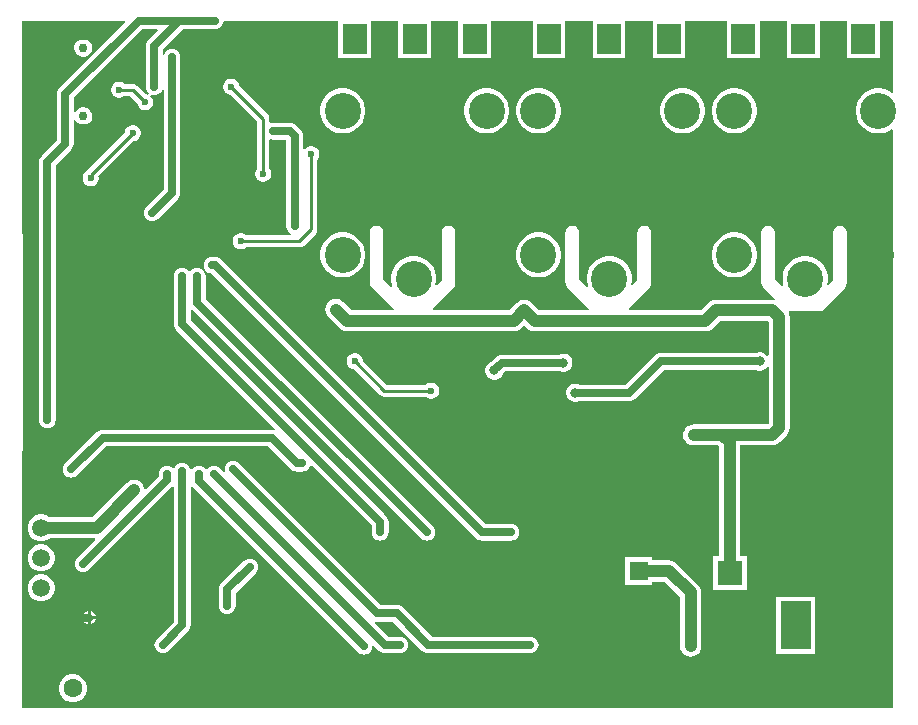
<source format=gbl>
G04*
G04 #@! TF.GenerationSoftware,Altium Limited,Altium Designer,21.3.2 (30)*
G04*
G04 Layer_Physical_Order=2*
G04 Layer_Color=16711680*
%FSTAX24Y24*%
%MOIN*%
G70*
G04*
G04 #@! TF.SameCoordinates,4D29D3D3-CB23-4B61-9135-448C7089281F*
G04*
G04*
G04 #@! TF.FilePolarity,Positive*
G04*
G01*
G75*
%ADD13C,0.0100*%
%ADD87C,0.0400*%
%ADD88C,0.0250*%
%ADD90O,0.0984X0.0591*%
%ADD91C,0.0295*%
%ADD92R,0.1600X0.1000*%
%ADD93R,0.1000X0.1600*%
%ADD94R,0.0827X0.0827*%
%ADD95C,0.0827*%
%ADD96R,0.0630X0.0630*%
%ADD97C,0.0630*%
%ADD98C,0.0594*%
%ADD99R,0.0630X0.0630*%
%ADD100C,0.1299*%
%ADD101C,0.1200*%
%ADD102R,0.0787X0.0984*%
%ADD103C,0.0236*%
%ADD104C,0.0315*%
G36*
X051995Y046131D02*
X051945Y046105D01*
X051855Y046165D01*
X051719Y046221D01*
X051574Y04625D01*
X051426D01*
X051281Y046221D01*
X051145Y046165D01*
X051022Y046083D01*
X050917Y045978D01*
X050835Y045855D01*
X050779Y045719D01*
X05075Y045574D01*
Y045426D01*
X050779Y045281D01*
X050835Y045145D01*
X050917Y045022D01*
X051022Y044917D01*
X051145Y044835D01*
X051281Y044779D01*
X051426Y04475D01*
X051574D01*
X051719Y044779D01*
X051855Y044835D01*
X051945Y044895D01*
X051995Y044869D01*
Y025605D01*
X022955D01*
Y034162D01*
X022979Y034198D01*
X022991Y034257D01*
Y041343D01*
X022979Y041402D01*
X022955Y041438D01*
Y048495D01*
X026388D01*
X026407Y048449D01*
X024204Y046246D01*
X02416Y046189D01*
X024132Y046122D01*
X024123Y04605D01*
Y044515D01*
X02361Y044002D01*
X023566Y043945D01*
X023538Y043878D01*
X023529Y043806D01*
Y035194D01*
X023538Y035122D01*
X023566Y035055D01*
X02361Y034998D01*
X023668Y034953D01*
X023735Y034926D01*
X023806Y034916D01*
X023878Y034926D01*
X023945Y034953D01*
X024002Y034998D01*
X024047Y035055D01*
X024074Y035122D01*
X024084Y035194D01*
Y043691D01*
X024596Y044204D01*
X02464Y044261D01*
X024668Y044328D01*
X024677Y0444D01*
Y045193D01*
X024698Y0452D01*
X024727Y045201D01*
X024762Y045142D01*
X024817Y045086D01*
X024885Y045047D01*
X024961Y045027D01*
X025039D01*
X025115Y045047D01*
X025183Y045086D01*
X025238Y045142D01*
X025277Y04521D01*
X025298Y045285D01*
Y045364D01*
X025277Y045439D01*
X025238Y045507D01*
X025183Y045563D01*
X025115Y045602D01*
X025039Y045622D01*
X024961D01*
X024885Y045602D01*
X024817Y045563D01*
X024762Y045507D01*
X024727Y045447D01*
X024698Y045449D01*
X024677Y045456D01*
Y045935D01*
X026965Y048223D01*
X027465D01*
X027484Y048176D01*
X027174Y047867D01*
X02713Y047809D01*
X027103Y047742D01*
X027093Y04767D01*
Y04629D01*
X027103Y046218D01*
X02713Y046152D01*
X027174Y046094D01*
X027188Y046083D01*
X027163Y04604D01*
X027095Y046058D01*
X02708D01*
X026794Y046344D01*
X026728Y046388D01*
X02665Y046404D01*
X026375D01*
X026365Y046415D01*
X026303Y04645D01*
X026235Y046468D01*
X026165D01*
X026097Y04645D01*
X026035Y046415D01*
X025985Y046365D01*
X02595Y046303D01*
X025932Y046235D01*
Y046165D01*
X02595Y046097D01*
X025985Y046035D01*
X026035Y045985D01*
X026097Y04595D01*
X026165Y045932D01*
X026235D01*
X026303Y04595D01*
X026365Y045985D01*
X026375Y045996D01*
X026566D01*
X026792Y04577D01*
Y045755D01*
X02681Y045687D01*
X026845Y045626D01*
X026895Y045576D01*
X026956Y04554D01*
X027024Y045522D01*
X027095D01*
X027163Y04554D01*
X027224Y045576D01*
X027274Y045626D01*
X02731Y045687D01*
X027328Y045755D01*
Y045826D01*
X02731Y045894D01*
X027274Y045955D01*
X027234Y045995D01*
X027263Y046037D01*
X027299Y046022D01*
X02737Y046013D01*
X027442Y046022D01*
X027509Y04605D01*
X027567Y046094D01*
X027611Y046152D01*
X027632Y046204D01*
X027682Y046194D01*
Y042875D01*
X027104Y042296D01*
X02706Y042239D01*
X027032Y042172D01*
X027023Y0421D01*
X027032Y042028D01*
X02706Y041961D01*
X027104Y041904D01*
X027161Y04186D01*
X027228Y041832D01*
X0273Y041823D01*
X027372Y041832D01*
X027439Y04186D01*
X027496Y041904D01*
X028156Y042564D01*
X0282Y042621D01*
X028228Y042688D01*
X028237Y04276D01*
Y04729D01*
X028228Y047362D01*
X0282Y047429D01*
X028156Y047486D01*
X028098Y04753D01*
X028032Y047558D01*
X02796Y047568D01*
X027888Y047558D01*
X027821Y04753D01*
X027764Y047486D01*
X02772Y047429D01*
X027698Y047376D01*
X027648Y047386D01*
Y047556D01*
X028315Y048223D01*
X0294D01*
X029472Y048232D01*
X029539Y04826D01*
X029596Y048304D01*
X02964Y048361D01*
X029668Y048428D01*
X029677Y048495D01*
X033501D01*
Y047258D01*
X034589D01*
Y048495D01*
X035501D01*
Y047258D01*
X036589D01*
Y048495D01*
X037506D01*
Y047258D01*
X038594D01*
Y048495D01*
X039979D01*
Y047258D01*
X041066D01*
Y048495D01*
X041979D01*
Y047258D01*
X043066D01*
Y048495D01*
X043984D01*
Y047258D01*
X045071D01*
Y048495D01*
X046456D01*
Y047258D01*
X047544D01*
Y048495D01*
X048456D01*
Y047258D01*
X049544D01*
Y048495D01*
X050461D01*
Y047258D01*
X051549D01*
Y048495D01*
X051995D01*
Y046131D01*
D02*
G37*
%LPC*%
G36*
X025039Y047898D02*
X024961D01*
X024885Y047877D01*
X024817Y047838D01*
X024762Y047783D01*
X024723Y047715D01*
X024702Y047639D01*
Y047561D01*
X024723Y047485D01*
X024762Y047417D01*
X024817Y047362D01*
X024885Y047323D01*
X024961Y047302D01*
X025039D01*
X025115Y047323D01*
X025183Y047362D01*
X025238Y047417D01*
X025277Y047485D01*
X025298Y047561D01*
Y047639D01*
X025277Y047715D01*
X025238Y047783D01*
X025183Y047838D01*
X025115Y047877D01*
X025039Y047898D01*
D02*
G37*
G36*
X046774Y04625D02*
X046626D01*
X046481Y046221D01*
X046345Y046165D01*
X046222Y046083D01*
X046117Y045978D01*
X046035Y045855D01*
X045979Y045719D01*
X04595Y045574D01*
Y045426D01*
X045979Y045281D01*
X046035Y045145D01*
X046117Y045022D01*
X046222Y044917D01*
X046345Y044835D01*
X046481Y044779D01*
X046626Y04475D01*
X046774D01*
X046919Y044779D01*
X047055Y044835D01*
X047178Y044917D01*
X047283Y045022D01*
X047365Y045145D01*
X047421Y045281D01*
X04745Y045426D01*
Y045574D01*
X047421Y045719D01*
X047365Y045855D01*
X047283Y045978D01*
X047178Y046083D01*
X047055Y046165D01*
X046919Y046221D01*
X046774Y04625D01*
D02*
G37*
G36*
X045049D02*
X044901D01*
X044756Y046221D01*
X04462Y046165D01*
X044497Y046083D01*
X044392Y045978D01*
X04431Y045855D01*
X044254Y045719D01*
X044225Y045574D01*
Y045426D01*
X044254Y045281D01*
X04431Y045145D01*
X044392Y045022D01*
X044497Y044917D01*
X04462Y044835D01*
X044756Y044779D01*
X044901Y04475D01*
X045049D01*
X045194Y044779D01*
X04533Y044835D01*
X045453Y044917D01*
X045558Y045022D01*
X04564Y045145D01*
X045696Y045281D01*
X045725Y045426D01*
Y045574D01*
X045696Y045719D01*
X04564Y045855D01*
X045558Y045978D01*
X045453Y046083D01*
X04533Y046165D01*
X045194Y046221D01*
X045049Y04625D01*
D02*
G37*
G36*
X040249D02*
X040101D01*
X039956Y046221D01*
X03982Y046165D01*
X039697Y046083D01*
X039592Y045978D01*
X03951Y045855D01*
X039454Y045719D01*
X039425Y045574D01*
Y045426D01*
X039454Y045281D01*
X03951Y045145D01*
X039592Y045022D01*
X039697Y044917D01*
X03982Y044835D01*
X039956Y044779D01*
X040101Y04475D01*
X040249D01*
X040394Y044779D01*
X04053Y044835D01*
X040653Y044917D01*
X040758Y045022D01*
X04084Y045145D01*
X040896Y045281D01*
X040925Y045426D01*
Y045574D01*
X040896Y045719D01*
X04084Y045855D01*
X040758Y045978D01*
X040653Y046083D01*
X04053Y046165D01*
X040394Y046221D01*
X040249Y04625D01*
D02*
G37*
G36*
X038524D02*
X038376D01*
X038231Y046221D01*
X038095Y046165D01*
X037972Y046083D01*
X037867Y045978D01*
X037785Y045855D01*
X037729Y045719D01*
X0377Y045574D01*
Y045426D01*
X037729Y045281D01*
X037785Y045145D01*
X037867Y045022D01*
X037972Y044917D01*
X038095Y044835D01*
X038231Y044779D01*
X038376Y04475D01*
X038524D01*
X038669Y044779D01*
X038805Y044835D01*
X038928Y044917D01*
X039033Y045022D01*
X039115Y045145D01*
X039171Y045281D01*
X0392Y045426D01*
Y045574D01*
X039171Y045719D01*
X039115Y045855D01*
X039033Y045978D01*
X038928Y046083D01*
X038805Y046165D01*
X038669Y046221D01*
X038524Y04625D01*
D02*
G37*
G36*
X033724D02*
X033576D01*
X033431Y046221D01*
X033295Y046165D01*
X033172Y046083D01*
X033067Y045978D01*
X032985Y045855D01*
X032929Y045719D01*
X0329Y045574D01*
Y045426D01*
X032929Y045281D01*
X032985Y045145D01*
X033067Y045022D01*
X033172Y044917D01*
X033295Y044835D01*
X033431Y044779D01*
X033576Y04475D01*
X033724D01*
X033869Y044779D01*
X034005Y044835D01*
X034128Y044917D01*
X034233Y045022D01*
X034315Y045145D01*
X034371Y045281D01*
X0344Y045426D01*
Y045574D01*
X034371Y045719D01*
X034315Y045855D01*
X034233Y045978D01*
X034128Y046083D01*
X034005Y046165D01*
X033869Y046221D01*
X033724Y04625D01*
D02*
G37*
G36*
X026685Y045018D02*
X026615D01*
X026547Y045D01*
X026485Y044965D01*
X026435Y044915D01*
X0264Y044853D01*
X026382Y044785D01*
Y04477D01*
X025106Y043494D01*
X025086Y043465D01*
X025085Y043465D01*
X025035Y043415D01*
X025Y043353D01*
X024982Y043285D01*
Y043215D01*
X025Y043147D01*
X025035Y043085D01*
X025085Y043035D01*
X025147Y043D01*
X025215Y042982D01*
X025285D01*
X025353Y043D01*
X025415Y043035D01*
X025465Y043085D01*
X0255Y043147D01*
X025518Y043215D01*
Y043285D01*
X025509Y04332D01*
X02667Y044482D01*
X026685D01*
X026753Y0445D01*
X026815Y044535D01*
X026865Y044585D01*
X0269Y044647D01*
X026918Y044715D01*
Y044785D01*
X0269Y044853D01*
X026865Y044915D01*
X026815Y044965D01*
X026753Y045D01*
X026685Y045018D01*
D02*
G37*
G36*
X029975Y046568D02*
X029904D01*
X029836Y04655D01*
X029775Y046515D01*
X029725Y046465D01*
X02969Y046403D01*
X029671Y046335D01*
Y046265D01*
X02969Y046197D01*
X029725Y046135D01*
X029775Y046085D01*
X029836Y04605D01*
X029904Y046032D01*
X029919D01*
X030796Y045155D01*
Y043575D01*
X030785Y043565D01*
X03075Y043503D01*
X030732Y043435D01*
Y043365D01*
X03075Y043297D01*
X030785Y043235D01*
X030835Y043185D01*
X030897Y04315D01*
X030965Y043132D01*
X031035D01*
X031103Y04315D01*
X031165Y043185D01*
X031215Y043235D01*
X03125Y043297D01*
X031268Y043365D01*
Y043435D01*
X03125Y043503D01*
X031215Y043565D01*
X031204Y043575D01*
Y044519D01*
X031254Y04455D01*
X03131Y044543D01*
X031773D01*
Y04165D01*
X031782Y041578D01*
X03181Y041511D01*
X031854Y041454D01*
X031911Y04141D01*
X031925Y041404D01*
X031916Y041354D01*
X030425D01*
X030415Y041365D01*
X030353Y0414D01*
X030285Y041418D01*
X030215D01*
X030147Y0414D01*
X030085Y041365D01*
X030035Y041315D01*
X03Y041253D01*
X029982Y041185D01*
Y041115D01*
X03Y041047D01*
X030035Y040985D01*
X030085Y040935D01*
X030147Y0409D01*
X030215Y040882D01*
X030285D01*
X030353Y0409D01*
X030415Y040935D01*
X030425Y040946D01*
X0322D01*
X032278Y040962D01*
X032344Y041006D01*
X032744Y041406D01*
X032788Y041472D01*
X032804Y04155D01*
Y043875D01*
X032815Y043885D01*
X03285Y043947D01*
X032868Y044015D01*
Y044085D01*
X03285Y044153D01*
X032815Y044215D01*
X032765Y044265D01*
X032703Y0443D01*
X032635Y044318D01*
X032565D01*
X032497Y0443D01*
X032435Y044265D01*
X032385Y044215D01*
X032377Y044201D01*
X032327Y044214D01*
Y044674D01*
X032318Y044745D01*
X03229Y044812D01*
X032246Y04487D01*
X0321Y045016D01*
X032042Y04506D01*
X031975Y045088D01*
X031904Y045097D01*
X03131D01*
X031254Y04509D01*
X031204Y045121D01*
Y045239D01*
X031188Y045317D01*
X031144Y045384D01*
X030207Y04632D01*
Y046335D01*
X030189Y046403D01*
X030154Y046465D01*
X030104Y046515D01*
X030043Y04655D01*
X029975Y046568D01*
D02*
G37*
G36*
X0288Y040277D02*
X028728Y040268D01*
X028661Y04024D01*
X028604Y040196D01*
X028581Y040166D01*
X028519D01*
X028496Y040196D01*
X028439Y04024D01*
X028372Y040268D01*
X0283Y040277D01*
X028228Y040268D01*
X028161Y04024D01*
X028104Y040196D01*
X02806Y040139D01*
X028032Y040072D01*
X028023Y04D01*
Y0384D01*
X028032Y038328D01*
X02806Y038261D01*
X028104Y038204D01*
X031407Y0349D01*
X031379Y034858D01*
X031355Y034868D01*
X031283Y034877D01*
X02565D01*
X025578Y034868D01*
X025511Y03484D01*
X025454Y034796D01*
X024404Y033746D01*
X02436Y033689D01*
X024332Y033622D01*
X024323Y03355D01*
X024332Y033478D01*
X02436Y033411D01*
X024404Y033354D01*
X024461Y03331D01*
X024528Y033282D01*
X0246Y033273D01*
X024672Y033282D01*
X024739Y03331D01*
X024796Y033354D01*
X025765Y034323D01*
X031168D01*
X031937Y033554D01*
X031995Y03351D01*
X032062Y033482D01*
X032133Y033473D01*
X0323D01*
X032372Y033482D01*
X032439Y03351D01*
X032496Y033554D01*
X03254Y033611D01*
X032565Y033672D01*
X032614Y033694D01*
X034623Y031685D01*
Y03145D01*
X034632Y031378D01*
X03466Y031311D01*
X034704Y031254D01*
X034761Y03121D01*
X034828Y031182D01*
X0349Y031173D01*
X034972Y031182D01*
X035039Y03121D01*
X035096Y031254D01*
X03514Y031311D01*
X035168Y031378D01*
X035177Y03145D01*
Y0318D01*
X035168Y031872D01*
X03514Y031939D01*
X035096Y031996D01*
X028577Y038515D01*
Y03886D01*
X028627Y03888D01*
X036254Y031254D01*
X036311Y03121D01*
X036378Y031182D01*
X03645Y031173D01*
X036522Y031182D01*
X036589Y03121D01*
X036646Y031254D01*
X03669Y031311D01*
X036718Y031378D01*
X036727Y03145D01*
X036718Y031522D01*
X03669Y031589D01*
X036646Y031646D01*
X029077Y039215D01*
Y04D01*
X029068Y040072D01*
X02904Y040139D01*
X028996Y040196D01*
X028939Y04024D01*
X028872Y040268D01*
X0288Y040277D01*
D02*
G37*
G36*
X046774Y041447D02*
X046626D01*
X046481Y041418D01*
X046345Y041361D01*
X046222Y041279D01*
X046117Y041175D01*
X046035Y041052D01*
X045979Y040916D01*
X04595Y040771D01*
Y040623D01*
X045979Y040478D01*
X046035Y040342D01*
X046117Y040219D01*
X046222Y040114D01*
X046345Y040032D01*
X046481Y039976D01*
X046626Y039947D01*
X046774D01*
X046919Y039976D01*
X047055Y040032D01*
X047178Y040114D01*
X047283Y040219D01*
X047365Y040342D01*
X047421Y040478D01*
X04745Y040623D01*
Y040771D01*
X047421Y040916D01*
X047365Y041052D01*
X047283Y041175D01*
X047178Y041279D01*
X047055Y041361D01*
X046919Y041418D01*
X046774Y041447D01*
D02*
G37*
G36*
X040249D02*
X040101D01*
X039956Y041418D01*
X03982Y041361D01*
X039697Y041279D01*
X039592Y041175D01*
X03951Y041052D01*
X039454Y040916D01*
X039425Y040771D01*
Y040623D01*
X039454Y040478D01*
X03951Y040342D01*
X039592Y040219D01*
X039697Y040114D01*
X03982Y040032D01*
X039956Y039976D01*
X040101Y039947D01*
X040249D01*
X040394Y039976D01*
X04053Y040032D01*
X040653Y040114D01*
X040758Y040219D01*
X04084Y040342D01*
X040896Y040478D01*
X040925Y040623D01*
Y040771D01*
X040896Y040916D01*
X04084Y041052D01*
X040758Y041175D01*
X040653Y041279D01*
X04053Y041361D01*
X040394Y041418D01*
X040249Y041447D01*
D02*
G37*
G36*
X033724D02*
X033576D01*
X033431Y041418D01*
X033295Y041361D01*
X033172Y041279D01*
X033067Y041175D01*
X032985Y041052D01*
X032929Y040916D01*
X0329Y040771D01*
Y040623D01*
X032929Y040478D01*
X032985Y040342D01*
X033067Y040219D01*
X033172Y040114D01*
X033295Y040032D01*
X033431Y039976D01*
X033576Y039947D01*
X033724D01*
X033869Y039976D01*
X034005Y040032D01*
X034128Y040114D01*
X034233Y040219D01*
X034315Y040342D01*
X034371Y040478D01*
X0344Y040623D01*
Y040771D01*
X034371Y040916D01*
X034315Y041052D01*
X034233Y041175D01*
X034128Y041279D01*
X034005Y041361D01*
X033869Y041418D01*
X033724Y041447D01*
D02*
G37*
G36*
X050225Y041679D02*
X050137Y041662D01*
X050063Y041612D01*
X050013Y041538D01*
X049996Y04145D01*
Y039845D01*
X049833Y039682D01*
X049787Y039707D01*
X049812Y039836D01*
Y039983D01*
X049783Y040128D01*
X049727Y040265D01*
X049645Y040388D01*
X04954Y040492D01*
X049417Y040574D01*
X049281Y040631D01*
X049136Y040659D01*
X048988D01*
X048843Y040631D01*
X048707Y040574D01*
X048584Y040492D01*
X04848Y040388D01*
X048398Y040265D01*
X048341Y040128D01*
X048312Y039983D01*
Y039836D01*
X048341Y039691D01*
X048349Y039671D01*
X048307Y039643D01*
X048054Y039895D01*
Y04145D01*
X048037Y041538D01*
X047987Y041612D01*
X047913Y041662D01*
X047825Y041679D01*
X047737Y041662D01*
X047663Y041612D01*
X047613Y041538D01*
X047596Y04145D01*
Y0398D01*
X047613Y039712D01*
X047663Y039638D01*
X048059Y039241D01*
X048036Y039194D01*
X047966Y039203D01*
X046088D01*
X045997Y039191D01*
X045912Y039156D01*
X045839Y0391D01*
X045592Y038853D01*
X043198D01*
X043177Y038903D01*
X043862Y039588D01*
X043866Y039593D01*
X043867Y039594D01*
X043875Y039606D01*
X043875Y039606D01*
X043875Y039606D01*
X043886Y039617D01*
X043894Y039629D01*
X0439Y039643D01*
X0439Y039644D01*
X0439Y039644D01*
X043908Y039656D01*
X043908Y039657D01*
X043912Y039662D01*
X043913Y039669D01*
X043914Y03967D01*
X043916Y039684D01*
X043916Y039684D01*
X043917Y039684D01*
X043922Y039698D01*
X043925Y039713D01*
Y039728D01*
X043925Y039728D01*
X043925Y039728D01*
X043928Y039743D01*
Y039743D01*
X043929Y03975D01*
Y04145D01*
X043928Y041457D01*
Y041465D01*
X043916Y041523D01*
X043913Y041531D01*
X043912Y041538D01*
X043908Y041543D01*
X043905Y041551D01*
X043872Y041601D01*
X043866Y041607D01*
X043862Y041612D01*
X043857Y041616D01*
X043851Y041622D01*
X043801Y041655D01*
X043793Y041658D01*
X043788Y041662D01*
X043781Y041663D01*
X043773Y041666D01*
X043715Y041678D01*
X043707D01*
X0437Y041679D01*
X043693Y041678D01*
X043685D01*
X043627Y041666D01*
X043619Y041663D01*
X043612Y041662D01*
X043607Y041658D01*
X043599Y041655D01*
X043549Y041622D01*
X043543Y041616D01*
X043538Y041612D01*
X043534Y041607D01*
X043528Y041601D01*
X043528Y041601D01*
X043528Y041601D01*
X043495Y041551D01*
X043492Y041543D01*
X043488Y041538D01*
X043487Y041531D01*
X043484Y041523D01*
X043477Y041491D01*
X043472Y041465D01*
Y041457D01*
X043471Y04145D01*
Y039845D01*
X043308Y039682D01*
X043262Y039707D01*
X043287Y039836D01*
Y039983D01*
X043258Y040128D01*
X043202Y040265D01*
X04312Y040388D01*
X043015Y040492D01*
X042892Y040574D01*
X042756Y040631D01*
X042611Y040659D01*
X042463D01*
X042318Y040631D01*
X042182Y040574D01*
X042059Y040492D01*
X041955Y040388D01*
X041873Y040265D01*
X041816Y040128D01*
X041787Y039983D01*
Y039836D01*
X041816Y039691D01*
X041824Y039671D01*
X041782Y039643D01*
X041529Y039895D01*
Y04145D01*
X041528Y041457D01*
Y041465D01*
X041516Y041523D01*
X041513Y041531D01*
X041512Y041538D01*
X041508Y041543D01*
X041505Y041551D01*
X041472Y041601D01*
X041466Y041607D01*
X041462Y041612D01*
X041457Y041616D01*
X041451Y041622D01*
X041401Y041655D01*
X041393Y041658D01*
X041388Y041662D01*
X041381Y041663D01*
X041373Y041666D01*
X041315Y041678D01*
X041307D01*
X0413Y041679D01*
X041293Y041678D01*
X041285D01*
X041227Y041666D01*
X041219Y041663D01*
X041212Y041662D01*
X041207Y041658D01*
X041199Y041655D01*
X041149Y041622D01*
X041143Y041616D01*
X041138Y041612D01*
X041134Y041607D01*
X041128Y041601D01*
X041128Y041601D01*
X041128Y041601D01*
X041095Y041551D01*
X041092Y041543D01*
X041088Y041538D01*
X041087Y041531D01*
X041084Y041523D01*
X041077Y041491D01*
X041072Y041465D01*
Y041457D01*
X041071Y04145D01*
Y0398D01*
X041072Y039793D01*
X041072Y039793D01*
X041075Y039778D01*
X041075Y039778D01*
X041075Y039778D01*
X041075Y039763D01*
X041078Y039748D01*
X041083Y039735D01*
Y039735D01*
X041083Y039734D01*
X041083Y039734D01*
X041083Y039734D01*
X041086Y03972D01*
X041087Y039719D01*
X041088Y039712D01*
X041092Y039707D01*
X041092Y039706D01*
X0411Y039694D01*
X041106Y03968D01*
X041114Y039667D01*
X041125Y039657D01*
X041125Y039656D01*
X041125Y039656D01*
X041133Y039644D01*
X041134Y039643D01*
X041138Y039638D01*
X041873Y038903D01*
X041852Y038853D01*
X040196D01*
X03995Y0391D01*
X039877Y039156D01*
X039791Y039191D01*
X0397Y039203D01*
X039609Y039191D01*
X039523Y039156D01*
X03945Y0391D01*
X039204Y038853D01*
X036673D01*
X036652Y038903D01*
X037337Y039588D01*
X037341Y039593D01*
X037342Y039594D01*
X03735Y039606D01*
X03735Y039606D01*
X03735Y039607D01*
X037361Y039617D01*
X037369Y03963D01*
X037375Y039644D01*
X037383Y039656D01*
X037383Y039657D01*
X037387Y039662D01*
X037388Y039669D01*
X037389Y03967D01*
X037392Y039684D01*
X037392Y039684D01*
X037392Y039685D01*
X037392Y039685D01*
Y039685D01*
X037397Y039698D01*
X0374Y039713D01*
X0374Y039728D01*
X0374Y039728D01*
X0374Y039728D01*
X037403Y039743D01*
X037403Y039743D01*
X037404Y03975D01*
Y04145D01*
X037403Y041457D01*
Y041465D01*
X037391Y041523D01*
X037388Y041531D01*
X037387Y041538D01*
X037383Y041543D01*
X03738Y041551D01*
X037347Y041601D01*
X037341Y041607D01*
X037337Y041612D01*
X037332Y041616D01*
X037326Y041622D01*
X037276Y041655D01*
X037268Y041658D01*
X037263Y041662D01*
X037256Y041663D01*
X037248Y041666D01*
X03719Y041678D01*
X037182D01*
X037175Y041679D01*
X037168Y041678D01*
X03716D01*
X037102Y041666D01*
X037094Y041663D01*
X037087Y041662D01*
X037082Y041658D01*
X037074Y041655D01*
X037024Y041622D01*
X037018Y041616D01*
X037013Y041612D01*
X037009Y041607D01*
X037003Y041601D01*
X037003Y041601D01*
X037003Y041601D01*
X03697Y041551D01*
X036967Y041543D01*
X036963Y041538D01*
X036962Y041531D01*
X036959Y041523D01*
X036952Y041491D01*
X036947Y041465D01*
Y041457D01*
X036946Y04145D01*
Y039845D01*
X036783Y039682D01*
X036737Y039707D01*
X036762Y039836D01*
Y039983D01*
X036733Y040128D01*
X036677Y040265D01*
X036595Y040388D01*
X03649Y040492D01*
X036367Y040574D01*
X036231Y040631D01*
X036086Y040659D01*
X035938D01*
X035793Y040631D01*
X035657Y040574D01*
X035534Y040492D01*
X03543Y040388D01*
X035348Y040265D01*
X035291Y040128D01*
X035262Y039983D01*
Y039836D01*
X035291Y039691D01*
X035299Y039671D01*
X035257Y039643D01*
X035004Y039895D01*
Y04145D01*
X035003Y041457D01*
Y041465D01*
X034991Y041523D01*
X034988Y041531D01*
X034987Y041538D01*
X034983Y041543D01*
X03498Y041551D01*
X034947Y041601D01*
X034941Y041607D01*
X034937Y041612D01*
X034932Y041616D01*
X034926Y041622D01*
X034876Y041655D01*
X034868Y041658D01*
X034863Y041662D01*
X034856Y041663D01*
X034848Y041666D01*
X03479Y041678D01*
X034782D01*
X034775Y041679D01*
X034768Y041678D01*
X03476D01*
X034702Y041666D01*
X034694Y041663D01*
X034687Y041662D01*
X034682Y041658D01*
X034674Y041655D01*
X034624Y041622D01*
X034618Y041616D01*
X034613Y041612D01*
X034609Y041607D01*
X034603Y041601D01*
X034603Y041601D01*
X034603Y041601D01*
X03457Y041551D01*
X034567Y041543D01*
X034563Y041538D01*
X034562Y041531D01*
X034559Y041523D01*
X034552Y041491D01*
X034547Y041465D01*
Y041457D01*
X034546Y04145D01*
Y0398D01*
X034547Y039793D01*
Y039793D01*
X03455Y039778D01*
X03455Y039778D01*
X03455Y039778D01*
X03455Y039763D01*
X034553Y039748D01*
X034558Y039735D01*
Y039735D01*
X034558Y039734D01*
X034561Y03972D01*
X034562Y039719D01*
X034563Y039712D01*
X034567Y039707D01*
X034567Y039706D01*
X034575Y039693D01*
X034576Y039693D01*
X034576Y039693D01*
X034581Y039679D01*
X034589Y039667D01*
X0346Y039656D01*
X034608Y039644D01*
X034609Y039643D01*
X034613Y039638D01*
X035348Y038903D01*
X035327Y038853D01*
X033946D01*
X033675Y039125D01*
X033602Y039181D01*
X033516Y039216D01*
X033425Y039228D01*
X033334Y039216D01*
X033249Y039181D01*
X033176Y039125D01*
X033119Y039052D01*
X033084Y038967D01*
X033072Y038875D01*
X033084Y038784D01*
X033119Y038699D01*
X033176Y038626D01*
X033551Y03825D01*
X033624Y038194D01*
X033709Y038159D01*
X0338Y038147D01*
X03935D01*
X039441Y038159D01*
X039527Y038194D01*
X0396Y03825D01*
X0397Y038351D01*
X0398Y03825D01*
X039873Y038194D01*
X039959Y038159D01*
X04005Y038147D01*
X045738D01*
X04583Y038159D01*
X045915Y038194D01*
X045988Y03825D01*
X046234Y038497D01*
X047819D01*
X047847Y038469D01*
Y037351D01*
X047797Y037337D01*
X047796Y037339D01*
X047739Y037396D01*
X047669Y037437D01*
X04759Y037457D01*
X04751D01*
X047431Y037437D01*
X047415Y037427D01*
X04425D01*
X044178Y037418D01*
X044111Y03739D01*
X044054Y037346D01*
X043085Y036377D01*
X041535D01*
X041519Y036387D01*
X04144Y036407D01*
X04136D01*
X041281Y036387D01*
X041211Y036346D01*
X041154Y036289D01*
X041113Y036219D01*
X041093Y03614D01*
Y03606D01*
X041113Y035981D01*
X041154Y035911D01*
X041211Y035854D01*
X041281Y035813D01*
X04136Y035793D01*
X04144D01*
X041519Y035813D01*
X041535Y035823D01*
X0432D01*
X043272Y035832D01*
X043339Y03586D01*
X043396Y035904D01*
X044365Y036873D01*
X047415D01*
X047431Y036863D01*
X04751Y036843D01*
X04759D01*
X047669Y036863D01*
X047739Y036904D01*
X047796Y036961D01*
X047797Y036963D01*
X047847Y036949D01*
Y035081D01*
X047819Y035053D01*
X04535D01*
X045259Y035041D01*
X045173Y035006D01*
X0451Y03495D01*
X045044Y034877D01*
X045009Y034791D01*
X044997Y0347D01*
X045009Y034609D01*
X045044Y034523D01*
X0451Y03445D01*
X045173Y034394D01*
X045259Y034359D01*
X04535Y034347D01*
X046154D01*
X046197Y034304D01*
Y030652D01*
X045987D01*
Y029526D01*
X047113D01*
Y030652D01*
X046903D01*
Y034347D01*
X047966D01*
X048057Y034359D01*
X048142Y034394D01*
X048215Y03445D01*
X04845Y034685D01*
X048506Y034758D01*
X048541Y034843D01*
X048553Y034934D01*
Y038616D01*
X048541Y038707D01*
X04851Y038783D01*
X048525Y038811D01*
X048542Y038827D01*
X048575Y038821D01*
X049525D01*
X049613Y038838D01*
X049687Y038888D01*
X050387Y039588D01*
X050437Y039662D01*
X050454Y03975D01*
Y04145D01*
X050437Y041538D01*
X050387Y041612D01*
X050313Y041662D01*
X050225Y041679D01*
D02*
G37*
G36*
X04104Y037407D02*
X04096D01*
X040881Y037387D01*
X040865Y037377D01*
X03895D01*
X038878Y037368D01*
X038811Y03734D01*
X038754Y037296D01*
X038599Y037141D01*
X038581Y037137D01*
X038511Y037096D01*
X038454Y037039D01*
X038413Y036969D01*
X038393Y03689D01*
Y03681D01*
X038413Y036731D01*
X038454Y036661D01*
X038511Y036604D01*
X038581Y036563D01*
X03866Y036543D01*
X03874D01*
X038819Y036563D01*
X038889Y036604D01*
X038946Y036661D01*
X038987Y036731D01*
X038991Y036749D01*
X039065Y036823D01*
X040865D01*
X040881Y036813D01*
X04096Y036793D01*
X04104D01*
X041119Y036813D01*
X041189Y036854D01*
X041246Y036911D01*
X041287Y036981D01*
X041307Y03706D01*
Y03714D01*
X041287Y037219D01*
X041246Y037289D01*
X041189Y037346D01*
X041119Y037387D01*
X04104Y037407D01*
D02*
G37*
G36*
X034085Y037418D02*
X034015D01*
X033947Y0374D01*
X033885Y037365D01*
X033835Y037315D01*
X0338Y037253D01*
X033782Y037185D01*
Y037115D01*
X0338Y037047D01*
X033835Y036985D01*
X033885Y036935D01*
X033947Y0369D01*
X034015Y036882D01*
X03403D01*
X034883Y036029D01*
X034949Y035985D01*
X035027Y035969D01*
X036425D01*
X036435Y035959D01*
X036497Y035923D01*
X036565Y035905D01*
X036635D01*
X036703Y035923D01*
X036765Y035959D01*
X036815Y036009D01*
X03685Y03607D01*
X036868Y036138D01*
Y036209D01*
X03685Y036277D01*
X036815Y036338D01*
X036765Y036388D01*
X036703Y036423D01*
X036635Y036441D01*
X036565D01*
X036497Y036423D01*
X036435Y036388D01*
X036425Y036377D01*
X035111D01*
X034318Y03717D01*
Y037185D01*
X0343Y037253D01*
X034265Y037315D01*
X034215Y037365D01*
X034153Y0374D01*
X034085Y037418D01*
D02*
G37*
G36*
X05155Y035303D02*
Y0353D01*
X051562D01*
X05155Y035303D01*
D02*
G37*
G36*
X05145D02*
X051438Y0353D01*
X05145D01*
Y035303D01*
D02*
G37*
G36*
X05115D02*
Y0353D01*
X051162D01*
X05115Y035303D01*
D02*
G37*
G36*
X05105D02*
X051038Y0353D01*
X05105D01*
Y035303D01*
D02*
G37*
G36*
X05075D02*
Y0353D01*
X050762D01*
X05075Y035303D01*
D02*
G37*
G36*
X05065D02*
X050638Y0353D01*
X05065D01*
Y035303D01*
D02*
G37*
G36*
X05035D02*
Y0353D01*
X050362D01*
X05035Y035303D01*
D02*
G37*
G36*
X05025D02*
X050238Y0353D01*
X05025D01*
Y035303D01*
D02*
G37*
G36*
X04995D02*
Y0353D01*
X049962D01*
X04995Y035303D01*
D02*
G37*
G36*
X04985D02*
X049838Y0353D01*
X04985D01*
Y035303D01*
D02*
G37*
G36*
X04955D02*
Y0353D01*
X049562D01*
X04955Y035303D01*
D02*
G37*
G36*
X04945D02*
X049438Y0353D01*
X04945D01*
Y035303D01*
D02*
G37*
G36*
X04915D02*
Y0353D01*
X049162D01*
X04915Y035303D01*
D02*
G37*
G36*
X04905D02*
X049038Y0353D01*
X04905D01*
Y035303D01*
D02*
G37*
G36*
X03Y033827D02*
X029928Y033818D01*
X029861Y03379D01*
X029804Y033746D01*
X02976Y033689D01*
X029732Y033622D01*
X029723Y03355D01*
X029732Y033481D01*
X029728Y033477D01*
X029682Y03346D01*
X029546Y033596D01*
X029489Y03364D01*
X029422Y033668D01*
X02935Y033677D01*
X029278Y033668D01*
X029211Y03364D01*
X029154Y033596D01*
X029131Y033566D01*
X029069Y033566D01*
X029046Y033596D01*
X028989Y03364D01*
X028922Y033668D01*
X02885Y033677D01*
X028778Y033668D01*
X028711Y03364D01*
X028654Y033596D01*
X028621Y033553D01*
X028569Y033565D01*
X028568Y033572D01*
X02854Y033639D01*
X028496Y033696D01*
X028439Y03374D01*
X028372Y033768D01*
X0283Y033777D01*
X028228Y033768D01*
X028161Y03374D01*
X028104Y033696D01*
X02806Y033639D01*
X028048Y033611D01*
X028018Y033602D01*
X02799Y033601D01*
X027939Y03364D01*
X027872Y033668D01*
X0278Y033677D01*
X027728Y033668D01*
X027661Y03364D01*
X027604Y033596D01*
X02756Y033539D01*
X027532Y033472D01*
X027523Y0334D01*
Y033315D01*
X027098Y03289D01*
X027045Y032908D01*
X027041Y032941D01*
X027006Y033027D01*
X02695Y0331D01*
X026877Y033156D01*
X026791Y033191D01*
X0267Y033203D01*
X026609Y033191D01*
X026523Y033156D01*
X02645Y0331D01*
X025304Y031953D01*
X023879D01*
X023874Y031958D01*
X023772Y032016D01*
X023659Y032047D01*
X023541D01*
X023428Y032016D01*
X023326Y031958D01*
X023242Y031874D01*
X023184Y031772D01*
X023153Y031659D01*
Y031541D01*
X023184Y031428D01*
X023242Y031326D01*
X023326Y031242D01*
X023428Y031184D01*
X023541Y031153D01*
X023659D01*
X023772Y031184D01*
X023874Y031242D01*
X023879Y031247D01*
X025384D01*
X025405Y031197D01*
X024804Y030596D01*
X02476Y030539D01*
X024732Y030472D01*
X024723Y0304D01*
X024732Y030328D01*
X02476Y030261D01*
X024804Y030204D01*
X024861Y03016D01*
X024928Y030132D01*
X025Y030123D01*
X025072Y030132D01*
X025139Y03016D01*
X025196Y030204D01*
X027973Y03298D01*
X028023Y03296D01*
Y028465D01*
X027454Y027896D01*
X02741Y027839D01*
X027382Y027772D01*
X027373Y0277D01*
X027382Y027628D01*
X02741Y027561D01*
X027454Y027504D01*
X027511Y02746D01*
X027578Y027432D01*
X02765Y027423D01*
X027722Y027432D01*
X027789Y02746D01*
X027846Y027504D01*
X028496Y028154D01*
X02854Y028211D01*
X028568Y028278D01*
X028577Y02835D01*
Y032971D01*
X028627Y032988D01*
X028654Y032954D01*
X034154Y027454D01*
X034211Y02741D01*
X034278Y027382D01*
X03435Y027373D01*
X034422Y027382D01*
X034489Y02741D01*
X034546Y027454D01*
X03459Y027511D01*
X034618Y027578D01*
X034627Y02765D01*
X034626Y027661D01*
X034673Y027684D01*
X034854Y027504D01*
X034911Y02746D01*
X034978Y027432D01*
X03505Y027423D01*
X03555D01*
X035622Y027432D01*
X035689Y02746D01*
X035746Y027504D01*
X03579Y027561D01*
X035818Y027628D01*
X035827Y0277D01*
X035818Y027772D01*
X03579Y027839D01*
X035746Y027896D01*
X035689Y02794D01*
X035622Y027968D01*
X03555Y027977D01*
X035165D01*
X03471Y028432D01*
X034727Y028478D01*
X034731Y028482D01*
X0348Y028473D01*
X035335D01*
X036304Y027504D01*
X036361Y02746D01*
X036428Y027432D01*
X0365Y027423D01*
X0399D01*
X039972Y027432D01*
X040039Y02746D01*
X040096Y027504D01*
X04014Y027561D01*
X040168Y027628D01*
X040177Y0277D01*
X040168Y027772D01*
X04014Y027839D01*
X040096Y027896D01*
X040039Y02794D01*
X039972Y027968D01*
X0399Y027977D01*
X036615D01*
X035646Y028946D01*
X035589Y02899D01*
X035522Y029018D01*
X03545Y029027D01*
X034915D01*
X030196Y033746D01*
X030139Y03379D01*
X030072Y033818D01*
X03Y033827D01*
D02*
G37*
G36*
X0294Y040627D02*
X0293D01*
X029228Y040618D01*
X029161Y04059D01*
X029104Y040546D01*
X02906Y040489D01*
X029032Y040422D01*
X029023Y04035D01*
X029032Y040278D01*
X02906Y040211D01*
X029104Y040154D01*
X029161Y04011D01*
X029228Y040082D01*
X029283Y040075D01*
X038104Y031254D01*
X038161Y03121D01*
X038228Y031182D01*
X0383Y031173D01*
X03925D01*
X039322Y031182D01*
X039389Y03121D01*
X039446Y031254D01*
X03949Y031311D01*
X039518Y031378D01*
X039527Y03145D01*
X039518Y031522D01*
X03949Y031589D01*
X039446Y031646D01*
X039389Y03169D01*
X039322Y031718D01*
X03925Y031727D01*
X038415D01*
X029596Y040546D01*
X029539Y04059D01*
X029472Y040618D01*
X0294Y040627D01*
D02*
G37*
G36*
X023659Y031047D02*
X023541D01*
X023428Y031016D01*
X023326Y030958D01*
X023242Y030874D01*
X023184Y030772D01*
X023153Y030659D01*
Y030541D01*
X023184Y030428D01*
X023242Y030326D01*
X023326Y030242D01*
X023428Y030184D01*
X023541Y030153D01*
X023659D01*
X023772Y030184D01*
X023874Y030242D01*
X023958Y030326D01*
X024016Y030428D01*
X024047Y030541D01*
Y030659D01*
X024016Y030772D01*
X023958Y030874D01*
X023874Y030958D01*
X023772Y031016D01*
X023659Y031047D01*
D02*
G37*
G36*
Y030047D02*
X023541D01*
X023428Y030016D01*
X023326Y029958D01*
X023242Y029874D01*
X023184Y029772D01*
X023153Y029659D01*
Y029541D01*
X023184Y029428D01*
X023242Y029326D01*
X023326Y029242D01*
X023428Y029184D01*
X023541Y029153D01*
X023659D01*
X023772Y029184D01*
X023874Y029242D01*
X023958Y029326D01*
X024016Y029428D01*
X024047Y029541D01*
Y029659D01*
X024016Y029772D01*
X023958Y029874D01*
X023874Y029958D01*
X023772Y030016D01*
X023659Y030047D01*
D02*
G37*
G36*
X03055Y030577D02*
X030478Y030568D01*
X030411Y03054D01*
X030354Y030496D01*
X029604Y029746D01*
X02956Y029689D01*
X029532Y029622D01*
X029523Y02955D01*
Y029D01*
X029532Y028928D01*
X02956Y028861D01*
X029604Y028804D01*
X029661Y02876D01*
X029728Y028732D01*
X0298Y028723D01*
X029872Y028732D01*
X029939Y02876D01*
X029996Y028804D01*
X03004Y028861D01*
X030068Y028928D01*
X030077Y029D01*
Y029435D01*
X030746Y030104D01*
X03079Y030161D01*
X030818Y030228D01*
X030827Y0303D01*
X030818Y030372D01*
X03079Y030439D01*
X030746Y030496D01*
X030689Y03054D01*
X030622Y030568D01*
X03055Y030577D01*
D02*
G37*
G36*
X02525Y028815D02*
Y02865D01*
X025415D01*
X025385Y028724D01*
X025324Y028785D01*
X02525Y028815D01*
D02*
G37*
G36*
X02515D02*
X025076Y028785D01*
X025015Y028724D01*
X024985Y02865D01*
X02515D01*
Y028815D01*
D02*
G37*
G36*
X025415Y02855D02*
X02525D01*
Y028385D01*
X025324Y028415D01*
X025385Y028476D01*
X025415Y02855D01*
D02*
G37*
G36*
X02515D02*
X024985D01*
X025015Y028476D01*
X025076Y028415D01*
X02515Y028385D01*
Y02855D01*
D02*
G37*
G36*
X0494Y0293D02*
X0481D01*
Y0274D01*
X0494D01*
Y0293D01*
D02*
G37*
G36*
X043975Y030625D02*
X043045D01*
Y029695D01*
X043975D01*
Y029807D01*
X044394D01*
X044897Y029304D01*
Y027655D01*
X044909Y027563D01*
X044944Y027478D01*
X045Y027405D01*
X045073Y027349D01*
X045159Y027314D01*
X04525Y027302D01*
X045341Y027314D01*
X045427Y027349D01*
X0455Y027405D01*
X045556Y027478D01*
X045591Y027563D01*
X045603Y027655D01*
Y02945D01*
X045591Y029541D01*
X045556Y029627D01*
X0455Y0297D01*
X04479Y03041D01*
X044717Y030466D01*
X044631Y030501D01*
X04454Y030513D01*
X043975D01*
Y030625D01*
D02*
G37*
G36*
X024711Y026715D02*
X024589D01*
X024471Y026683D01*
X024365Y026622D01*
X024278Y026535D01*
X024217Y026429D01*
X024185Y026311D01*
Y026189D01*
X024217Y026071D01*
X024278Y025965D01*
X024365Y025878D01*
X024471Y025817D01*
X024589Y025785D01*
X024711D01*
X024829Y025817D01*
X024935Y025878D01*
X025022Y025965D01*
X025083Y026071D01*
X025115Y026189D01*
Y026311D01*
X025083Y026429D01*
X025022Y026535D01*
X024935Y026622D01*
X024829Y026683D01*
X024711Y026715D01*
D02*
G37*
%LPD*%
D13*
X03405Y03715D02*
X035027Y036173D01*
X0366D01*
X0326Y04155D02*
Y04405D01*
X0322Y04115D02*
X0326Y04155D01*
X03025Y04115D02*
X0322D01*
X031Y0434D02*
Y045239D01*
X029939Y0463D02*
X031Y045239D01*
X02525Y04325D02*
Y04335D01*
X02665Y04475D01*
X0262Y0462D02*
X02665D01*
X02706Y04579D01*
D87*
X04535Y0347D02*
X04545D01*
X04555D01*
X0338Y0385D02*
X03935D01*
X033425Y038875D02*
X0338Y0385D01*
X04005D02*
X045738D01*
X0397Y03885D02*
X04005Y0385D01*
X03935D02*
X0397Y03885D01*
X04615Y0347D02*
X0463D01*
X04605D02*
X04615D01*
X04655Y030089D02*
Y03445D01*
X0463Y0347D02*
X04655Y03445D01*
X04575Y0347D02*
X04585D01*
X04565D02*
X04575D01*
X04595D02*
X04605D01*
X04585D02*
X04595D01*
X0463D02*
X047966D01*
X0482Y034934D01*
X04555Y0347D02*
X04565D01*
X0482Y034934D02*
Y038616D01*
X045738Y0385D02*
X046088Y03885D01*
X047966D01*
X0482Y038616D01*
X051424Y035124D02*
Y040697D01*
X0515Y040772D02*
Y04225D01*
X051424Y040697D02*
X0515Y040772D01*
X0512Y04255D02*
X0515Y04225D01*
X044665Y04255D02*
X0512D01*
X044899Y040697D02*
Y042316D01*
X038609Y04255D02*
X044665D01*
X044899Y042316D01*
X038374Y040697D02*
Y042316D01*
X038609Y04255D01*
X0236Y0316D02*
X02545D01*
X0267Y03285D01*
X04454Y03016D02*
X04525Y02945D01*
X04351Y03016D02*
X04454D01*
X04525Y027655D02*
Y02945D01*
D88*
X032133Y03375D02*
X0323D01*
X031283Y0346D02*
X032133Y03375D01*
X02565Y0346D02*
X031283D01*
X0283Y0384D02*
Y04D01*
Y0384D02*
X0349Y0318D01*
Y03145D02*
Y0318D01*
X0383Y03145D02*
X03925D01*
X0294Y04035D02*
X0383Y03145D01*
X0293Y04035D02*
X0294D01*
X0288Y0391D02*
X03645Y03145D01*
X0288Y0391D02*
Y04D01*
X0298Y02955D02*
X03055Y0303D01*
X0298Y029D02*
Y02955D01*
X02765Y0277D02*
X0283Y02835D01*
Y0335D01*
X025Y0304D02*
X0278Y0332D01*
Y0334D01*
X0282Y0485D02*
X0294D01*
X02685D02*
X0282D01*
X0244Y04605D02*
X02685Y0485D01*
X0244Y0444D02*
Y04605D01*
X023806Y043806D02*
X0244Y0444D01*
X023806Y035194D02*
Y043806D01*
X0246Y03355D02*
X02565Y0346D01*
X0348Y02875D02*
X03545D01*
X0365Y0277D02*
X0399D01*
X03545Y02875D02*
X0365Y0277D01*
X02935Y0334D02*
X03505Y0277D01*
X03555D01*
X03Y03355D02*
X03D01*
X0348Y02875D01*
X02885Y03315D02*
X03435Y02765D01*
X02885Y03315D02*
Y0334D01*
X0236Y0286D02*
X0252D01*
X03205Y04165D02*
Y044674D01*
X031904Y04482D02*
X03205Y044674D01*
X03131Y04482D02*
X031904D01*
X02737Y04767D02*
X0282Y0485D01*
X02737Y04629D02*
Y04767D01*
X0273Y0421D02*
X02796Y04276D01*
Y04729D01*
X0387Y03685D02*
X03895Y0371D01*
X041D01*
X0414Y0361D02*
X0432D01*
X04425Y03715D01*
X04755D01*
D90*
X023563Y048163D02*
D03*
Y044761D02*
D03*
X025197D02*
D03*
Y048163D02*
D03*
D91*
X025Y0476D02*
D03*
Y045324D02*
D03*
D92*
X04975Y03035D02*
D03*
D93*
X05125Y02835D02*
D03*
X04875D02*
D03*
D94*
X04655Y030089D02*
D03*
D95*
Y028711D02*
D03*
D96*
X04351Y03016D02*
D03*
D97*
Y02916D02*
D03*
X02465Y02625D02*
D03*
D98*
X0236Y0286D02*
D03*
Y0296D02*
D03*
Y0306D02*
D03*
Y0316D02*
D03*
D99*
X02365Y02625D02*
D03*
D100*
X0271Y0295D02*
D03*
X03205Y0477D02*
D03*
X0509Y03655D02*
D03*
D101*
X044899Y040697D02*
D03*
X040175D02*
D03*
X044975Y0455D02*
D03*
X040175D02*
D03*
X042537Y039909D02*
D03*
X036012D02*
D03*
X03365Y0455D02*
D03*
X03845D02*
D03*
X03365Y040697D02*
D03*
X038374D02*
D03*
X049062Y039909D02*
D03*
X0467Y0455D02*
D03*
X0515D02*
D03*
X0467Y040697D02*
D03*
X051424D02*
D03*
D102*
X03805Y0479D02*
D03*
X034045D02*
D03*
X036045D02*
D03*
X044528D02*
D03*
X040522D02*
D03*
X042523D02*
D03*
X051005D02*
D03*
X047D02*
D03*
X049D02*
D03*
D103*
X03405Y03715D02*
D03*
X0366Y036173D02*
D03*
X0323Y03375D02*
D03*
X03645Y03145D02*
D03*
X0349D02*
D03*
X03055Y0303D02*
D03*
X0298Y029D02*
D03*
X02765Y0277D02*
D03*
X0283Y0335D02*
D03*
X0278Y0334D02*
D03*
X023806Y035194D02*
D03*
X0246Y03355D02*
D03*
X0293Y04035D02*
D03*
X0288Y04D02*
D03*
X03925Y03145D02*
D03*
X0283Y04D02*
D03*
X03555Y0277D02*
D03*
X03Y03355D02*
D03*
X0399Y0277D02*
D03*
X02935Y0334D02*
D03*
X02885D02*
D03*
X03435Y02765D02*
D03*
X0267Y03285D02*
D03*
X025Y0304D02*
D03*
X0252Y0286D02*
D03*
X0326Y04405D02*
D03*
X03025Y04115D02*
D03*
X031Y0434D02*
D03*
X029939Y0463D02*
D03*
X03205Y04165D02*
D03*
X03131Y04482D02*
D03*
X02737Y04629D02*
D03*
X0294Y0485D02*
D03*
X0273Y0421D02*
D03*
X02796Y04729D02*
D03*
X02525Y04325D02*
D03*
X02665Y04475D02*
D03*
X0262Y0462D02*
D03*
X02706Y04579D02*
D03*
D104*
X0491Y03145D02*
D03*
X0495D02*
D03*
X0499D02*
D03*
X0503D02*
D03*
X0507D02*
D03*
X0511D02*
D03*
X0515D02*
D03*
X0491Y0319D02*
D03*
X0495D02*
D03*
X0499D02*
D03*
X0503D02*
D03*
X0507D02*
D03*
X0511D02*
D03*
X0515D02*
D03*
X0491Y03235D02*
D03*
X0495D02*
D03*
X0499D02*
D03*
X0503D02*
D03*
X0507D02*
D03*
X0511D02*
D03*
X0515D02*
D03*
X0491Y0328D02*
D03*
X0495D02*
D03*
X0499D02*
D03*
X0503D02*
D03*
X0507D02*
D03*
X0511D02*
D03*
X0515D02*
D03*
X0491Y03325D02*
D03*
X0495D02*
D03*
X0499D02*
D03*
X0503D02*
D03*
X0507D02*
D03*
X0511D02*
D03*
X0515D02*
D03*
X0491Y0337D02*
D03*
X0495D02*
D03*
X0499D02*
D03*
X0503D02*
D03*
X0507D02*
D03*
X0511D02*
D03*
X0515D02*
D03*
X0491Y03415D02*
D03*
X0495D02*
D03*
X0499D02*
D03*
X0503D02*
D03*
X0507D02*
D03*
X0511D02*
D03*
X0515D02*
D03*
X0491Y0346D02*
D03*
X0495D02*
D03*
X0499D02*
D03*
X0503D02*
D03*
X0507D02*
D03*
X0511D02*
D03*
X0515D02*
D03*
Y03505D02*
D03*
X0511D02*
D03*
X0507D02*
D03*
X0503D02*
D03*
X0499D02*
D03*
X0495D02*
D03*
X0491D02*
D03*
X046088Y03885D02*
D03*
X0397D02*
D03*
X033425Y038875D02*
D03*
X0387Y03685D02*
D03*
X041Y0371D02*
D03*
X0414Y0361D02*
D03*
X04755Y03715D02*
D03*
X04525Y027655D02*
D03*
X04615Y0347D02*
D03*
X04605D02*
D03*
X04595D02*
D03*
X04585D02*
D03*
X04575D02*
D03*
X04565D02*
D03*
X04555D02*
D03*
X04545D02*
D03*
X04535D02*
D03*
M02*

</source>
